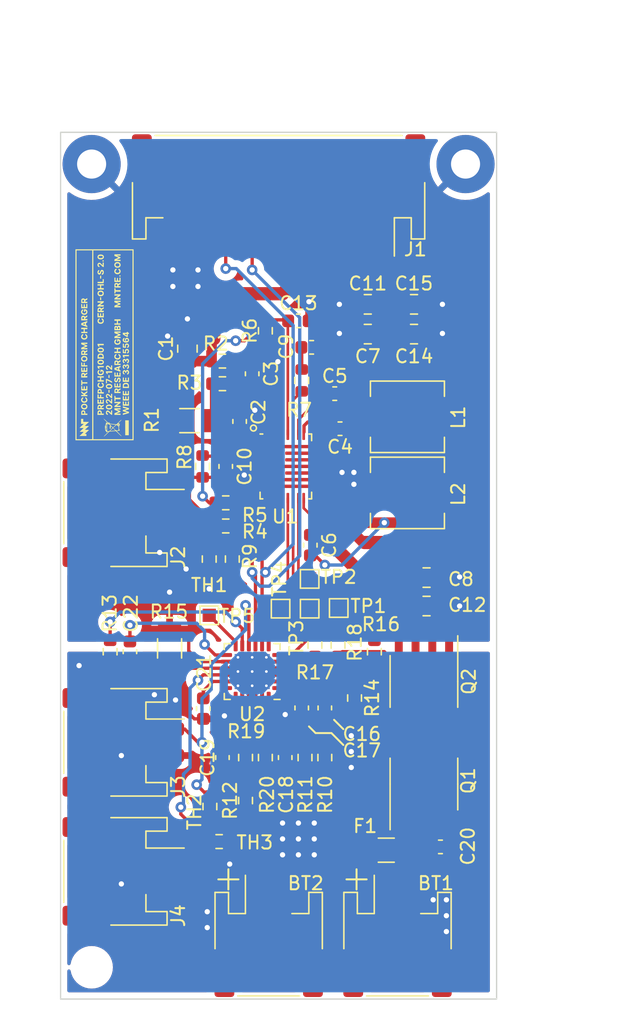
<source format=kicad_pcb>
(kicad_pcb (version 20211014) (generator pcbnew)
  (layers (0 "F.Cu" signal) (31 "B.Cu" signal) (34 "B.Paste" user) (35 "F.Paste" user) (36 "B.SilkS" user "B.Silkscreen") (37 "F.SilkS" user "F.Silkscreen") (38 "B.Mask" user) (39 "F.Mask" user) (44 "Edge.Cuts" user))
  (net 0 "")
  (net 1 "GND")
  (net 2 "CHGPOWER")
  (net 3 "Net-(C2-Pad2)")
  (net 4 "Net-(C3-Pad1)")
  (net 5 "Net-(C3-Pad2)")
  (net 6 "Net-(C4-Pad1)")
  (net 7 "Net-(C4-Pad2)")
  (net 8 "Net-(C5-Pad1)")
  (net 9 "Net-(C5-Pad2)")
  (net 10 "Net-(C6-Pad1)")
  (net 11 "Net-(C6-Pad2)")
  (net 12 "SYSPOWER")
  (net 13 "/PACK+")
  (net 14 "Net-(C9-Pad2)")
  (net 15 "Net-(C10-Pad1)")
  (net 16 "Net-(C10-Pad2)")
  (net 17 "3V6")
  (net 18 "Net-(C16-Pad1)")
  (net 19 "Net-(C16-Pad2)")
  (net 20 "Net-(C18-Pad1)")
  (net 21 "Net-(C18-Pad2)")
  (net 22 "Net-(C20-Pad1)")
  (net 23 "Net-(C20-Pad2)")
  (net 24 "Net-(C21-Pad2)")
  (net 25 "Net-(C22-Pad2)")
  (net 26 "STANDBY_3V3")
  (net 27 "I2C_SDA")
  (net 28 "I2C_SCL")
  (net 29 "Net-(R4-Pad2)")
  (net 30 "Net-(R5-Pad2)")
  (net 31 "Net-(R6-Pad2)")
  (net 32 "Net-(R7-Pad1)")
  (net 33 "Net-(BT1-Pad1)")
  (net 34 "Net-(BT1-Pad2)")
  (net 35 "Net-(R13-Pad1)")
  (net 36 "Net-(R14-Pad1)")
  (net 37 "Net-(R16-Pad1)")
  (net 38 "Net-(R17-Pad1)")
  (net 39 "Net-(R17-Pad2)")
  (net 40 "Net-(TP1-Pad1)")
  (net 41 "Net-(TP2-Pad1)")
  (net 42 "Net-(TP3-Pad1)")
  (net 43 "Net-(TP4-Pad1)")
  (net 45 "Net-(J3-Pad1)")
  (net 46 "Net-(J4-Pad1)")
  (net 49 "PACKGND")
  (net 50 "Net-(Q1-Pad5)")
  (net 51 "Net-(Q2-Pad4)")
  (net 52 "Net-(TP5-Pad1)")
  (net 53 "Net-(R19-Pad1)")
  (net 54 "Net-(R20-Pad1)")
  (footprint "Package_DFN_QFN:QFN-24-1EP_4x4mm_P0.5mm_EP2.65x2.65mm_ThermalVias" (layer "F.Cu") (at 98.5 104.75 180)
    (fp_text reference "U2")
    (fp_text value "MAX17320G")
  )
  (footprint "Capacitor_SMD:C_0603_1608Metric" (layer "F.Cu") (at 104.75 83.75)
    (fp_text reference "C5")
    (fp_text value "470nF")
  )
  (footprint "Capacitor_SMD:C_0805_2012Metric" (layer "F.Cu") (at 93.6 80.35 -90)
    (fp_text reference "C1")
    (fp_text value "22uF")
  )
  (footprint "Resistor_SMD:R_0603_1608Metric" (layer "F.Cu") (at 96 117.6)
    (fp_text reference "TH3")
    (fp_text value "DNP")
  )
  (footprint "pocket-reform-charger:pocket-reform-charger-badge" (layer "F.Cu") (at 87.326333 80.064223 90)
    (fp_text reference "H5" hide)
    (fp_text value "BADGE" hide)
  )
  (footprint "Connector_JST:JST_PH_S2B-PH-SM4-TB_1x02-1MP_P2.00mm_Horizontal" (layer "F.Cu") (at 88.75 119.85 -90)
    (fp_text reference "J4")
    (fp_text value "CONN_TH3")
  )
  (footprint "Resistor_SMD:R_0603_1608Metric" (layer "F.Cu") (at 98 111.25 -90)
    (fp_text reference "R19")
    (fp_text value "0")
  )
  (footprint "Capacitor_SMD:C_0603_1608Metric" (layer "F.Cu") (at 94.8 107.55 90)
    (fp_text reference "C21")
    (fp_text value "0.47uF")
  )
  (footprint "Capacitor_SMD:C_0603_1608Metric" (layer "F.Cu") (at 102.25 107.5 90)
    (fp_text reference "C17")
    (fp_text value "0.1uF")
  )
  (footprint "Capacitor_SMD:C_0805_2012Metric" (layer "F.Cu") (at 111.7 99.8)
    (fp_text reference "C12")
    (fp_text value "22uF")
  )
  (footprint "TestPoint:TestPoint_Pad_1.0x1.0mm" (layer "F.Cu") (at 102.85 100 -90)
    (fp_text reference "TP3")
    (fp_text value "TestPoint")
  )
  (footprint "Connector_JST:JST_PH_S2B-PH-SM4-TB_1x02-1MP_P2.00mm_Horizontal" (layer "F.Cu") (at 99.75 124.75)
    (fp_text reference "BT2")
    (fp_text value "Battery_Cell")
  )
  (footprint "Inductor_SMD:L_Sunlord_MWSA0518_5.4x5.2mm" (layer "F.Cu") (at 110.25 85.5)
    (fp_text reference "L1")
    (fp_text value "1.5uH")
  )
  (footprint "Resistor_SMD:R_0603_1608Metric" (layer "F.Cu") (at 96.5 93.75)
    (fp_text reference "R4")
    (fp_text value "100k")
  )
  (footprint "Capacitor_SMD:C_0603_1608Metric" (layer "F.Cu") (at 102.9 95.2 -90)
    (fp_text reference "C6")
    (fp_text value "470nF")
  )
  (footprint "Capacitor_SMD:C_0603_1608Metric" (layer "F.Cu") (at 103 80.25 180)
    (fp_text reference "C9")
    (fp_text value "0.1uF")
  )
  (footprint "TestPoint:TestPoint_Pad_1.0x1.0mm" (layer "F.Cu") (at 102.85 97.75 -90)
    (fp_text reference "TP2")
    (fp_text value "TestPoint")
  )
  (footprint "Capacitor_SMD:C_0603_1608Metric" (layer "F.Cu") (at 102 78.25)
    (fp_text reference "C13")
    (fp_text value "10uF")
  )
  (footprint "Resistor_SMD:R_0603_1608Metric" (layer "F.Cu") (at 96.25 83 180)
    (fp_text reference "R3")
    (fp_text value "2")
  )
  (footprint "Resistor_SMD:R_0603_1608Metric" (layer "F.Cu") (at 103.25 102.75 -90)
    (fp_text reference "R17")
    (fp_text value "2k")
  )
  (footprint "Connector_JST:JST_PH_S2B-PH-SM4-TB_1x02-1MP_P2.00mm_Horizontal" (layer "F.Cu") (at 88.75 110.1 -90)
    (fp_text reference "J3")
    (fp_text value "CONN_TH2")
  )
  (footprint "Resistor_SMD:R_0603_1608Metric" (layer "F.Cu") (at 102.5 111.25 -90)
    (fp_text reference "R11")
    (fp_text value "49.9")
  )
  (footprint "MountingHole:MountingHole_2.2mm_M2_Pad" (layer "F.Cu") (at 86.35 66.4)
    (fp_text reference "H1" hide)
    (fp_text value "MountingHole_Pad")
  )
  (footprint "Resistor_SMD:R_0603_1608Metric" (layer "F.Cu") (at 95.25 96.25 -90)
    (fp_text reference "TH1")
    (fp_text value "DNP")
  )
  (footprint "Resistor_SMD:R_0603_1608Metric" (layer "F.Cu") (at 96.25 81.29 180)
    (fp_text reference "R2")
    (fp_text value "2")
  )
  (footprint "TestPoint:TestPoint_Pad_1.0x1.0mm" (layer "F.Cu") (at 105.05 99.95 -90)
    (fp_text reference "TP1")
    (fp_text value "TestPoint")
  )
  (footprint "Inductor_SMD:L_Sunlord_MWSA0518_5.4x5.2mm" (layer "F.Cu") (at 110.25 91.25)
    (fp_text reference "L2")
    (fp_text value "1.5uH")
  )
  (footprint "Capacitor_SMD:C_0805_2012Metric" (layer "F.Cu") (at 110.75 77)
    (fp_text reference "C15")
    (fp_text value "22uF")
  )
  (footprint "Capacitor_SMD:C_0805_2012Metric" (layer "F.Cu") (at 107.25 77 180)
    (fp_text reference "C11")
    (fp_text value "22uF")
  )
  (footprint "Capacitor_SMD:C_0603_1608Metric" (layer "F.Cu") (at 96.25 111.25 90)
    (fp_text reference "C19")
    (fp_text value "0.1uF")
  )
  (footprint "Capacitor_SMD:C_0805_2012Metric" (layer "F.Cu") (at 110.75 79.25)
    (fp_text reference "C14")
    (fp_text value "22uF")
  )
  (footprint "Capacitor_SMD:C_0603_1608Metric" (layer "F.Cu") (at 105.15 86.4)
    (fp_text reference "C4")
    (fp_text value "470nF")
  )
  (footprint "Resistor_SMD:R_0603_1608Metric" (layer "F.Cu") (at 106.25 106.75 -90)
    (fp_text reference "R14")
    (fp_text value "100")
  )
  (footprint "Connector_JST:JST_PH_S2B-PH-SM4-TB_1x02-1MP_P2.00mm_Horizontal" (layer "F.Cu") (at 88.75 92.75 -90)
    (fp_text reference "J2")
    (fp_text value "CONN_TH1")
  )
  (footprint "Resistor_SMD:R_0603_1608Metric" (layer "F.Cu") (at 104 111.25 -90)
    (fp_text reference "R10")
    (fp_text value "10")
  )
  (footprint "Resistor_SMD:R_0603_1608Metric" (layer "F.Cu") (at 95.3 114.95 -90)
    (fp_text reference "TH2")
    (fp_text value "DNP")
  )
  (footprint "Capacitor_SMD:C_0805_2012Metric" (layer "F.Cu") (at 111.7 97.65)
    (fp_text reference "C8")
    (fp_text value "22uF")
  )
  (footprint "TestPoint:TestPoint_Pad_1.0x1.0mm" (layer "F.Cu") (at 100.65 100)
    (fp_text reference "TP4")
    (fp_text value "TestPoint")
  )
  (footprint "Fuse:Fuse_1206_3216Metric" (layer "F.Cu") (at 108.65 118.25)
    (fp_text reference "F1")
    (fp_text value "Fuse_Small")
  )
  (footprint "Capacitor_SMD:C_0603_1608Metric" (layer "F.Cu") (at 104 107.5 90)
    (fp_text reference "C16")
    (fp_text value "0.47uF")
  )
  (footprint "Resistor_SMD:R_0603_1608Metric" (layer "F.Cu") (at 102.25 82.75 90)
    (fp_text reference "R7")
    (fp_text value "100")
  )
  (footprint "Resistor_SMD:R_0603_1608Metric" (layer "F.Cu") (at 99.5 79 -90)
    (fp_text reference "R6")
    (fp_text value "100k")
  )
  (footprint "Package_SO:SOIC-8_3.9x4.9mm_P1.27mm" (layer "F.Cu") (at 111.5 105.5 -90)
    (fp_text reference "Q2")
    (fp_text value "IRF7458TRPBF")
  )
  (footprint "Capacitor_SMD:C_0603_1608Metric" (layer "F.Cu") (at 89.25 103.25 90)
    (fp_text reference "C22")
    (fp_text value "0.47uF")
  )
  (footprint "Resistor_SMD:R_0603_1608Metric" (layer "F.Cu") (at 98 114.5 -90)
    (fp_text reference "R12")
    (fp_text value "49.9")
  )
  (footprint "Resistor_SMD:R_0603_1608Metric" (layer "F.Cu") (at 96.5 92)
    (fp_text reference "R5")
    (fp_text value "100k")
  )
  (footprint "pocket-reform-charger:MP2762A" (layer "F.Cu") (at 101 89.25)
    (fp_text reference "U1")
    (fp_text value "MP2762A")
  )
  (footprint "Connector_JST:JST_PH_S2B-PH-SM4-TB_1x02-1MP_P2.00mm_Horizontal" (layer "F.Cu") (at 109.5 124.75)
    (fp_text reference "BT1")
    (fp_text value "Battery_Cell")
  )
  (footprint "Resistor_SMD:R_1206_3216Metric" (layer "F.Cu") (at 92.25 103 -90)
    (fp_text reference "R15")
    (fp_text value "5m")
  )
  (footprint "Resistor_SMD:R_0603_1608Metric" (layer "F.Cu") (at 105 102.75 90)
    (fp_text reference "R18")
    (fp_text value "1k")
  )
  (footprint "Resistor_SMD:R_0603_1608Metric" (layer "F.Cu") (at 87.75 103.25 -90)
    (fp_text reference "R13")
    (fp_text value "1k")
  )
  (footprint "MountingHole:MountingHole_2.2mm_M2" (layer "F.Cu") (at 86.35 127.1)
    (fp_text reference "H4" hide)
    (fp_text value "MountingHole")
  )
  (footprint "Resistor_SMD:R_1206_3216Metric" (layer "F.Cu") (at 93.75 85.79 180)
    (fp_text reference "R1")
    (fp_text value "10m")
  )
  (footprint "Package_SO:SOIC-8_3.9x4.9mm_P1.27mm" (layer "F.Cu") (at 111.5 113.25 90)
    (fp_text reference "Q1")
    (fp_text value "IRF7458TRPBF")
  )
  (footprint "Capacitor_SMD:C_0603_1608Metric" (layer "F.Cu") (at 98.5 82.25 90)
    (fp_text reference "C3")
    (fp_text value "0.1uF")
  )
  (footprint "Capacitor_SMD:C_0805_2012Metric" (layer "F.Cu") (at 107.25 79.25 180)
    (fp_text reference "C7")
    (fp_text value "22uF")
  )
  (footprint "Capacitor_SMD:C_0603_1608Metric" (layer "F.Cu") (at 97.55 85.85 -90)
    (fp_text reference "C2")
    (fp_text value "1uF")
  )
  (footprint "Resistor_SMD:R_0603_1608Metric" (layer "F.Cu") (at 97 96.25 -90)
    (fp_text reference "R9")
    (fp_text value "37.4k")
  )
  (footprint "Connector_JST:JST_PH_S9B-PH-SM4-TB_1x09-1MP_P2.00mm_Horizontal" (layer "F.Cu") (at 100.5 68.75 180)
    (fp_text reference "J1")
    (fp_text value "CHARGER")
  )
  (footprint "Resistor_SMD:R_0603_1608Metric" (layer "F.Cu") (at 94.75 89.25 -90)
    (fp_text reference "R8")
    (fp_text value "13.7k")
  )
  (footprint "MountingHole:MountingHole_2.2mm_M2_Pad" (layer "F.Cu") (at 114.65 66.4)
    (fp_text reference "H2" hide)
    (fp_text value "MountingHole_Pad")
  )
  (footprint "Capacitor_SMD:C_0603_1608Metric" (layer "F.Cu") (at 101 111.25 90)
    (fp_text reference "C18")
    (fp_text value "0.1uF")
  )
  (footprint "Resistor_SMD:R_0603_1608Metric" (layer "F.Cu") (at 107.75 103.25 90)
    (fp_text reference "R16")
    (fp_text value "100")
  )
  (footprint "Capacitor_SMD:C_0603_1608Metric" (layer "F.Cu") (at 112.75 118 180)
    (fp_text reference "C20")
    (fp_text value "0.1uF")
  )
  (footprint "Capacitor_SMD:C_0603_1608Metric" (layer "F.Cu") (at 96.5 89.25 -90)
    (fp_text reference "C10")
    (fp_text value "1uF")
  )
  (footprint "Resistor_SMD:R_0603_1608Metric" (layer "F.Cu") (at 99.5 111.25 -90)
    (fp_text reference "R20")
    (fp_text value "0")
  )
  (footprint "TestPoint:TestPoint_Pad_1.0x1.0mm" (layer "F.Cu") (at 95.25 100.5)
    (fp_text reference "TP5")
    (fp_text value "TestPoint")
  )
  (gr_line (start 105.4 110.3) (end 104.5 109.4) (layer "F.SilkS") (width 0.15))
  (gr_line (start 103.3 109.4) (end 102.8 108.9) (layer "F.SilkS") (width 0.15))
  (gr_line (start 105.4 109.1) (end 104.7 108.4) (layer "F.SilkS") (width 0.15))
  (gr_line (start 104.5 109.4) (end 103.3 109.4) (layer "F.SilkS") (width 0.15))
  (gr_rect (start 117 64) (end 84 129.5) (layer "Edge.Cuts") (width 0.1) (fill none))
  (gr_text "+" (at 96.7 120.3) (layer "F.SilkS") (effects (font (size 2 2))))
  (gr_text "+" (at 106.4 120.3) (layer "F.SilkS") (effects (font (size 2 2))))
  (segment (start 104.85 89.25) (end 102.15 89.25) (width 0.25) (layer "F.Cu") (net 1))
  (segment (start 99.35 89.25) (end 98.25 89.25) (width 0.25) (layer "F.Cu") (net 1))
  (segment (start 93.7 103.19375) (end 93.7 102) (width 0.25) (layer "F.Cu") (net 1))
  (segment (start 100.8 86.85) (end 100.8 81.686061) (width 0.2) (layer "F.Cu") (net 1))
  (segment (start 112.85 79.25) (end 112.9 79.2) (width 0.25) (layer "F.Cu") (net 1))
  (segment (start 93.575 97.075) (end 93.5 97) (width 0.25) (layer "F.Cu") (net 1))
  (segment (start 102.15 89.25) (end 99.35 89.25) (width 0.25) (layer "F.Cu") (net 1))
  (segment (start 92.5 71.6) (end 92.5 74.4) (width 0.25) (layer "F.Cu") (net 1))
  (segment (start 102.775 76.825) (end 102.8 76.8) (width 0.25) (layer "F.Cu") (net 1))
  (segment (start 93.6 79.4) (end 93.6 78.1) (width 0.25) (layer "F.Cu") (net 1))
  (segment (start 105.1 79.2) (end 105.15 79.25) (width 0.25) (layer "F.Cu") (net 1))
  (segment (start 97.9 89.6) (end 97.9 89.9) (width 0.25) (layer "F.Cu") (net 1))
  (segment (start 93.7 102) (end 93.2375 101.5375) (width 0.25) (layer "F.Cu") (net 1))
  (segment (start 95.25 97.075) (end 93.575 97.075) (width 0.25) (layer "F.Cu") (net 1))
  (segment (start 94.5 71.6) (end 94.5 74.3) (width 0.25) (layer "F.Cu") (net 1))
  (segment (start 94.50625 104) (end 93.7 103.19375) (width 0.25) (layer "F.Cu") (net 1))
  (segment (start 94.5 74.3) (end 94.4 74.4) (width 0.25) (layer "F.Cu") (net 1))
  (segment (start 105.3 89.7) (end 104.85 89.25) (width 0.25) (layer "F.Cu") (net 1))
  (segment (start 111.7 77) (end 112.9 77) (width 0.25) (layer "F.Cu") (net 1))
  (segment (start 93.2375 101.5375) (end 92.25 101.5375) (width 0.25) (layer "F.Cu") (net 1))
  (segment (start 93.6 79.4) (end 92.1 79.4) (width 0.25) (layer "F.Cu") (net 1))
  (segment (start 100.8 81.686061) (end 100.445576 81.331637) (width 0.2) (layer "F.Cu") (net 1))
  (segment (start 92.25 101.5375) (end 92.25 98.75) (width 0.25) (layer "F.Cu") (net 1))
  (segment (start 111.7 79.25) (end 112.85 79.25) (width 0.25) (layer "F.Cu") (net 1))
  (segment (start 105.15 79.25) (end 106.3 79.25) (width 0.25) (layer "F.Cu") (net 1))
  (segment (start 106.3 77) (end 105.1 77) (width 0.25) (layer "F.Cu") (net 1))
  (segment (start 97.625 85) (end 97.55 85.075) (width 0.25) (layer "F.Cu") (net 1))
  (segment (start 96.55 104) (end 94.50625 104) (width 0.25) (layer "F.Cu") (net 1))
  (segment (start 102.775 78.25) (end 102.775 76.825) (width 0.25) (layer "F.Cu") (net 1))
  (segment (start 98.7 85) (end 97.625 85) (width 0.25) (layer "F.Cu") (net 1))
  (segment (start 98.25 89.25) (end 97.9 89.6) (width 0.25) (layer "F.Cu") (net 1))
  (segment (start 105.3 89.7) (end 106.2 89.7) (width 0.25) (layer "F.Cu") (net 1))
  (segment (start 95.25 97.075) (end 95.25 98.5) (width 0.25) (layer "F.Cu") (net 1))
  (segment (start 106.2 89.7) (end 106.2 90.6) (width 0.25) (layer "F.Cu") (net 1))
  (via (at 114.2 99.8) (size 0.8) (drill 0.4) (layers "F.Cu" "B.Cu") (net 1))
  (via (at 112.9 77) (size 0.8) (drill 0.4) (layers "F.Cu" "B.Cu") (net 1))
  (via (at 93.6 78.1) (size 0.8) (drill 0.4) (layers "F.Cu" "B.Cu") (net 1))
  (via (at 91.5 95.75) (size 0.8) (drill 0.4) (layers "F.Cu" "B.Cu") (net 1))
  (via (at 95.25 98.5) (size 0.8) (drill 0.4) (layers "F.Cu" "B.Cu") (net 1))
  (via (at 92.5 74.4) (size 0.8) (drill 0.4) (layers "F.Cu" "B.Cu") (net 1))
  (via (at 112.9 79.2) (size 0.8) (drill 0.4) (layers "F.Cu" "B.Cu") (net 1))
  (via (at 105.1 77) (size 0.8) (drill 0.4) (layers "F.Cu" "B.Cu") (net 1))
  (via (at 105.3 89.7) (size 0.8) (drill 0.4) (layers "F.Cu" "B.Cu") (net 1))
  (via (at 94.4 75.65) (size 0.8) (drill 0.4) (layers "F.Cu" "B.Cu") (net 1))
  (via (at 102.8 76.8) (size 0.8) (drill 0.4) (layers "F.Cu" "B.Cu") (net 1))
  (via (at 100.445576 81.331637) (size 0.8) (drill 0.4) (layers "F.Cu" "B.Cu") (net 1))
  (via (at 105.1 79.2) (size 0.8) (drill 0.4) (layers "F.Cu" "B.Cu") (net 1))
  (via (at 93.5 97) (size 0.8) (drill 0.4) (layers "F.Cu" "B.Cu") (net 1))
  (via (at 92.25 98.75) (size 0.8) (drill 0.4) (layers "F.Cu" "B.Cu") (net 1))
  (via (at 92.1 79.4) (size 0.8) (drill 0.4) (layers "F.Cu" "B.Cu") (net 1))
  (via (at 106.2 90.6) (size 0.8) (drill 0.4) (layers "F.Cu" "B.Cu") (net 1))
  (via (at 106.2 89.7) (size 0.8) (drill 0.4) (layers "F.Cu" "B.Cu") (net 1))
  (via (at 92.5 75.65) (size 0.8) (drill 0.4) (layers "F.Cu" "B.Cu") (net 1))
  (via (at 114.2 97.6) (size 0.8) (drill 0.4) (layers "F.Cu" "B.Cu") (net 1))
  (via (at 97.9 89.9) (size 0.8) (drill 0.4) (layers "F.Cu" "B.Cu") (net 1))
  (via (at 94.4 74.4) (size 0.8) (drill 0.4) (layers "F.Cu" "B.Cu") (net 1))
  (via (at 98.7 85) (size 0.8) (drill 0.4) (layers "F.Cu" "B.Cu") (net 1))
  (segment (start 100.445576 81.331637) (end 98.7 83.077213) (width 0.2) (layer "B.Cu") (net 1))
  (segment (start 98.7 83.077213) (end 98.7 85) (width 0.2) (layer "B.Cu") (net 1))
  (segment (start 97.9 89.9) (end 98.7 89.1) (width 0.25) (layer "B.Cu") (net 1))
  (segment (start 98.7 89.1) (end 98.7 85) (width 0.25) (layer "B.Cu") (net 1))
  (segment (start 93.6 83) (end 92.2875 84.3125) (width 1) (layer "F.Cu") (net 2))
  (segment (start 100.8 76.2) (end 102.5 74.5) (width 1) (layer "F.Cu") (net 2))
  (segment (start 104.1 74.5) (end 102.5 74.5) (width 0.8) (layer "F.Cu") (net 2))
  (segment (start 93.6 81.3) (end 93.6 83) (width 1) (layer "F.Cu") (net 2))
  (segment (start 95.6 79.6) (end 95.6 78.2) (width 1) (layer "F.Cu") (net 2))
  (segment (start 104.5 71.6) (end 104.5 74.1) (width 0.8) (layer "F.Cu") (net 2))
  (segment (start 92.2875 84.3125) (end 92.2875 85.79) (width 1) (layer "F.Cu") (net 2))
  (segment (start 95.6 78.2) (end 97.6 76.2) (width 1) (layer "F.Cu") (net 2))
  (segment (start 95.6 79.6) (end 95.425 79.775) (width 0.8) (layer "F.Cu") (net 2))
  (segment (start 104.5 74.1) (end 104.1 74.5) (width 0.8) (layer "F.Cu") (net 2))
  (segment (start 102.5 71.6) (end 102.5 74.5) (width 0.8) (layer "F.Cu") (net 2))
  (segment (start 97.6 76.2) (end 100.8 76.2) (width 1) (layer "F.Cu") (net 2))
  (segment (start 95.425 79.775) (end 95.425 81.29) (width 0.8) (layer "F.Cu") (net 2))
  (segment (start 93.61 81.29) (end 93.6 81.3) (width 0.8) (layer "F.Cu") (net 2))
  (segment (start 95.425 81.29) (end 93.61 81.29) (width 0.8) (layer "F.Cu") (net 2))
  (segment (start 95.99 85.79) (end 96.825 86.625) (width 0.8) (layer "F.Cu") (net 3))
  (segment (start 98.675 87.75) (end 97.55 86.625) (width 0.25) (layer "F.Cu") (net 3))
  (segment (start 99.35 87.75) (end 102.15 87.75) (width 0.25) (layer "F.Cu") (net 3))
  (segment (start 95.2125 85.79) (end 95.99 85.79) (width 0.8) (layer "F.Cu") (net 3))
  (segment (start 99.35 87.75) (end 98.675 87.75) (width 0.25) (layer "F.Cu") (net 3))
  (segment (start 96.825 86.625) (end 97.55 86.625) (width 0.8) (layer "F.Cu") (net 3))
  (segment (start 95.425 85.5775) (end 95.2125 85.79) (width 0.25) (layer "F.Cu") (net 3))
  (segment (start 95.425 83) (end 95.425 85.5775) (width 0.25) (layer "F.Cu") (net 3))
  (segment (start 99.6 84.125) (end 98.5 83.025) (width 0.2) (layer "F.Cu") (net 4))
  (segment (start 97.075 83) (end 97.975 83) (width 0.25) (layer "F.Cu") (net 4))
  (segment (start 99.6 86.85) (end 99.6 84.125) (width 0.2) (layer "F.Cu") (net 4))
  (segment (start 100 82.975) (end 98.5 81.475) (width 0.2) (layer "F.Cu") (net 5))
  (segment (start 97.075 81.29) (end 98.315 81.29) (width 0.25) (layer "F.Cu") (net 5))
  (segment (start 98.315 81.29) (end 98.5 81.475) (width 0.25) (layer "F.Cu") (net 5))
  (segment (start 100 86.85) (end 100 82.975) (width 0.2) (layer "F.Cu") (net 5))
  (segment (start 103.875 85.9) (end 102.7 85.9) (width 0.25) (layer "F.Cu") (net 6))
  (segment (start 104.375 86.4) (end 103.875 85.9) (width 0.25) (layer "F.Cu") (net 6))
  (segment (start 102.7 85.9) (end 102.42452 86.17548) (width 0.25) (layer "F.Cu") (net 6))
  (segment (start 102.42452 86.17548) (end 102.42452 86.655131) (width 0.25) (layer "F.Cu") (net 6))
  (segment (start 105.9 86.425) (end 106.825 85.5) (width 0.8) (layer "F.Cu") (net 7))
  (segment (start 104.85 88.25) (end 105.1 88) (width 0.25) (layer "F.Cu") (net 7))
  (segment (start 106.825 85.5) (end 108.2 85.5) (width 0.8) (layer "F.Cu") (net 7))
  (segment (start 102.15 88.25) (end 104.85 88.25) (width 0.25) (layer "F.Cu") (net 7))
  (segment (start 105.9 87.5) (end 105.7 87.7) (width 0.5) (layer "F.Cu") (net 7))
  (segment (start 105.7 87.7) (end 105.4 87.7) (width 0.5) (layer "F.Cu") (net 7))
  (segment (start 105.4 87.7) (end 105.1 88) (width 0.5) (layer "F.Cu") (net 7))
  (segment (start 105.9 87.5) (end 105.9 86.425) (width 0.8) (layer "F.Cu") (net 7))
  (segment (start 102 85.725) (end 103.975 83.75) (width 0.2) (layer "F.Cu") (net 8))
  (segment (start 102 86.85) (end 102 85.725) (width 0.2) (layer "F.Cu") (net 8))
  (segment (start 107.4 88.6) (end 108.2 89.4) (width 0.8) (layer "F.Cu") (net 9))
  (segment (start 110.3 87.3) (end 108.2 89.4) (width 0.5) (layer "F.Cu") (net 9))
  (segment (start 106.175 83.1) (end 109.6 83.1) (width 0.5) (layer "F.Cu") (net 9))
  (segment (start 109.6 83.1) (end 110.3 83.8) (width 0.5) (layer "F.Cu") (net 9))
  (segment (start 110.3 83.8) (end 110.3 87.3) (width 0.5) (layer "F.Cu") (net 9))
  (segment (start 106 88.6) (end 107.4 88.6) (width 0.5) (layer "F.Cu") (net 9))
  (segment (start 108.2 91.25) (end 108.2 89.4) (width 0.8) (layer "F.Cu") (net 9))
  (segment (start 105.85 88.75) (end 102.15 88.75) (width 0.2) (layer "F.Cu") (net 9))
  (segment (start 105.525 83.75) (end 106.175 83.1) (width 0.5) (layer "F.Cu") (net 9))
  (segment (start 106 88.6) (end 105.85 88.75) (width 0.2) (layer "F.Cu") (net 9))
  (segment (start 102.4 91.65) (end 102.4 92.4) (width 0.2) (layer "F.Cu") (net 10))
  (segment (start 102.4 92.4) (end 102.9 92.9) (width 0.2) (layer "F.Cu") (net 10))
  (segment (start 102.9 92.9) (end 102.9 94.425) (width 0.2) (layer "F.Cu") (net 10))
  (segment (start 103.275 95.975) (end 104 96.7) (width 0.25) (layer "F.Cu") (net 11))
  (segment (start 105.5 92) (end 107 93.5) (width 0.8) (layer "F.Cu") (net 11))
  (segment (start 104 89.75) (end 105.25 91) (width 0.25) (layer "F.Cu") (net 11))
  (segment (start 102.15 89.75) (end 104 89.75) (width 0.25) (layer "F.Cu") (net 11))
  (segment (start 112.25 91.2) (end 112.3 91.25) (width 0.25) (layer "F.Cu") (net 11))
  (segment (start 107 93.5) (end 108.5 93.5) (width 0.8) (layer "F.Cu") (net 11))
  (segment (start 112.3 85.5) (end 112.25 85.55) (width 0.25) (layer "F.Cu") (net 11))
  (segment (start 111.5 93.5) (end 112.3 92.7) (width 0.8) (layer "F.Cu") (net 11))
  (segment (start 105.25 91) (end 105.25 91.5) (width 0.5) (layer "F.Cu") (net 11))
  (segment (start 108.5 93.5) (end 111.5 93.5) (width 0.8) (layer "F.Cu") (net 11))
  (segment (start 105.25 91.5) (end 105.5 91.75) (width 0.5) (layer "F.Cu") (net 11))
  (segment (start 112.25 85.55) (end 112.25 91.2) (width 0.8) (layer "F.Cu") (net 11))
  (segment (start 105.5 91.75) (end 105.5 92) (width 0.8) (layer "F.Cu") (net 11))
  (segment (start 102.9 95.975) (end 103.275 95.975) (width 0.25) (layer "F.Cu") (net 11))
  (segment (start 112.3 92.7) (end 112.3 91.25) (width 0.8) (layer "F.Cu") (net 11))
  (via (at 104 96.7) (size 0.8) (drill 0.4) (layers "F.Cu" "B.Cu") (net 11))
  (via (at 108.5 93.5) (size 0.8) (drill 0.4) (layers "F.Cu" "B.Cu") (net 11))
  (segment (start 105.3 96.7) (end 108.5 93.5) (width 0.25) (layer "B.Cu") (net 11))
  (segment (start 104 96.7) (end 105.3 96.7) (width 0.25) (layer "B.Cu") (net 11))
  (segment (start 107 95) (end 113.25 95) (width 1) (layer "F.Cu") (net 12))
  (segment (start 109.8 77) (end 109.8 75.3) (width 0.8) (layer "F.Cu") (net 12))
  (segment (start 104.7 92.9) (end 104.8 92.9) (width 0.8) (layer "F.Cu") (net 12))
  (segment (start 108.2 77) (end 108.2 75.7) (width 0.8) (layer "F.Cu") (net 12))
  (segment (start 106.9 95) (end 107 95) (width 0.8) (layer "F.Cu") (net 12))
  (segment (start 113.25 95) (end 115 93.25) (width 1) (layer "F.Cu") (net 12))
  (segment (start 114.25 81.5) (end 111 81.5) (width 1) (layer "F.Cu") (net 12))
  (segment (start 115 93.25) (end 115 82.25) (width 1) (layer "F.Cu") (net 12))
  (segment (start 103.75 90.25) (end 102.15 90.25) (width 0.25) (layer "F.Cu") (net 12))
  (segment (start 104.8 92.9) (end 106.9 95) (width 0.8) (layer "F.Cu") (net 12))
  (segment (start 104.5 92.7) (end 104.5 92.5) (width 0.5) (layer "F.Cu") (net 12))
  (segment (start 115 82.25) (end 114.25 81.5) (width 1) (layer "F.Cu") (net 12))
  (segment (start 109.8 79.25) (end 109.8 77) (width 0.8) (layer "F.Cu") (net 12))
  (segment (start 109.8 75.3) (end 108.5 74) (width 0.8) (layer "F.Cu") (net 12))
  (segment (start 104.7 92.9) (end 104.5 92.7) (width 0.5) (layer "F.Cu") (net 12))
  (segment (start 108.5 74) (end 108.5 71.6) (width 0.8) (layer "F.Cu") (net 12))
  (segment (start 111 81.5) (end 108.75 81.5) (width 1) (layer "F.Cu") (net 12))
  (segment (start 108.2 79.25) (end 108.2 77) (width 0.8) (layer "F.Cu") (net 12))
  (segment (start 108.2 75.7) (end 106.5 74) (width 0.8) (layer "F.Cu") (net 12))
  (segment (start 104.5 91) (end 103.75 90.25) (width 0.25) (layer "F.Cu") (net 12))
  (segment (start 102.15 90.25) (end 99.1 90.25) (width 0.25) (layer "F.Cu") (net 12))
  (segment (start 106.5 74) (end 106.5 71.6) (width 0.8) (layer "F.Cu") (net 12))
  (segment (start 108.2 80.95) (end 108.2 79.25) (width 0.8) (layer "F.Cu") (net 12))
  (segment (start 108.75 81.5) (end 108.2 80.95) (width 0.8) (layer "F.Cu") (net 12))
  (segment (start 104.5 92.5) (end 104.5 91) (width 0.25) (layer "F.Cu") (net 12))
  (segment (start 111 81.5) (end 109.8 80.3) (width 0.8) (layer "F.Cu") (net 12))
  (segment (start 109.8 80.3) (end 109.8 79.25) (width 0.8) (layer "F.Cu") (net 12))
  (segment (start 108.5 103.25) (end 108.75 103.5) (width 0.25) (layer "F.Cu") (net 13))
  (segment (start 110.865 104.365) (end 110.865 103.025) (width 0.25) (layer "F.Cu") (net 13))
  (segment (start 107.15 97.75) (end 110.65 97.75) (width 1) (layer "F.Cu") (net 13))
  (segment (start 113.405 103.025) (end 113.405 101.505) (width 0.5) (layer "F.Cu") (net 13))
  (segment (start 105 103.575) (end 105.325 103.25) (width 0.25) (layer "F.Cu") (net 13))
  (segment (start 113.405 101.505) (end 113.165 101.265) (width 0.5) (layer "F.Cu") (net 13))
  (segment (start 108.75 104.25) (end 109.25 104.75) (width 0.25) (layer "F.Cu") (net 13))
  (segment (start 103.75 93.5) (end 104.25 94) (width 0.8) (layer "F.Cu") (net 13))
  (segment (start 104.25 94.85) (end 107.15 97.75) (width 1) (layer "F.Cu") (net 13))
  (segment (start 111.365 101.265) (end 110.865 101.265) (width 0.5) (layer "F.Cu") (net 13))
  (segment (start 109.25 104.75) (end 110.48 104.75) (width 0.25) (layer "F.Cu") (net 13))
  (segment (start 104.25 94) (end 104.25 94.25) (width 0.25) (layer "F.Cu") (net 13))
  (segment (start 110.75 97.65) (end 110.75 99.8) (width 1) (layer "F.Cu") (net 13))
  (segment (start 112.135 103.025) (end 112.135 101.735) (width 0.5) (layer "F.Cu") (net 13))
  (segment (start 103.3 90.75) (end 102.15 90.75) (width 0.25) (layer "F.Cu") (net 13))
  (segment (start 112.135 101.735) (end 111.665 101.265) (width 0.5) (layer "F.Cu") (net 13))
  (segment (start 103.75 91.2) (end 103.75 93.5) (width 0.5) (layer "F.Cu") (net 13))
  (segment (start 110.865 99.915) (end 110.75 99.8) (width 0.5) (layer "F.Cu") (net 13))
  (segment (start 110.865 103.025) (end 110.865 101.265) (width 0.5) (layer "F.Cu") (net 13))
  (segment (start 108.75 103.5) (end 108.75 104.25) (width 0.25) (layer "F.Cu") (net 13))
  (segment (start 110.65 97.75) (end 110.75 97.65) (width 1) (layer "F.Cu") (net 13))
  (segment (start 104.25 94.25) (end 104.25 94.85) (width 1) (layer "F.Cu") (net 13))
  (segment (start 111.665 101.265) (end 111.365 101.265) (width 0.5) (layer "F.Cu") (net 13))
  (segment (start 103.75 91.2) (end 103.3 90.75) (width 0.25) (layer "F.Cu") (net 13))
  (segment (start 110.48 104.75) (end 110.865 104.365) (width 0.25) (layer "F.Cu") (net 13))
  (segment (start 105.325 103.25) (end 108.5 103.25) (width 0.25) (layer "F.Cu") (net 13))
  (segment (start 110.865 101.265) (end 110.865 99.915) (width 1) (layer "F.Cu") (net 13))
  (segment (start 102.15 90.75) (end 99.35 90.75) (width 0.25) (layer "F.Cu") (net 13))
  (segment (start 113.165 101.265) (end 111.365 101.265) (width 0.5) (layer "F.Cu") (net 13))
  (segment (start 102.25 81.925) (end 102.25 80.275) (width 0.25) (layer "F.Cu") (net 14))
  (segment (start 102.25 80.275) (end 102.225 80.25) (width 0.25) (layer "F.Cu") (net 14))
  (segment (start 96.725 88.25) (end 96.5 88.475) (width 0.25) (layer "F.Cu") (net 15))
  (segment (start 94.8 88.475) (end 94.75 88.425) (width 0.25) (layer "F.Cu") (net 15))
  (segment (start 96.5 88.475) (end 94.8 88.475) (width 0.25) (layer "F.Cu") (net 15))
  (segment (start 99.1 88.25) (end 96.725 88.25) (width 0.25) (layer "F.Cu") (net 15))
  (segment (start 93.75 91.75) (end 93.75 90.25) (width 0.25) (layer "F.Cu") (net 16))
  (segment (start 97.775 88.75) (end 96.5 90.025) (width 0.25) (layer "F.Cu") (net 16))
  (segment (start 93.75 90.25) (end 93.925 90.075) (width 0.25) (layer "F.Cu") (net 16))
  (segment (start 99.1 88.75) (end 97.775 88.75) (width 0.25) (layer "F.Cu") (net 16))
  (segment (start 97 95.425) (end 95.25 95.425) (width 0.25) (layer "F.Cu") (net 16))
  (segment (start 96.45 90.075) (end 96.5 90.025) (width 0.25) (layer "F.Cu") (net 16))
  (segment (start 93.75 91.75) (end 94.5 92.5) (width 0.25) (layer "F.Cu") (net 16))
  (segment (start 93.925 90.075) (end 94.75 90.075) (width 0.25) (layer "F.Cu") (net 16))
  (segment (start 91.6 91.75) (end 93.75 91.75) (width 0.25) (layer "F.Cu") (net 16))
  (segment (start 94.5 94.675) (end 95.25 95.425) (width 0.25) (layer "F.Cu") (net 16))
  (segment (start 94.5 92.5) (end 94.5 94.675) (width 0.25) (layer "F.Cu") (net 16))
  (segment (start 94.75 90.075) (end 96.45 90.075) (width 0.25) (layer "F.Cu") (net 16))
  (segment (start 101.2 86.85) (end 101.2 78.275) (width 0.2) (layer "F.Cu") (net 17))
  (segment (start 97.925 79.75) (end 99.5 78.175) (width 0.25) (layer "F.Cu") (net 17))
  (segment (start 99.5 78.175) (end 101.15 78.175) (width 0.25) (layer "F.Cu") (net 17))
  (segment (start 101.15 78.175) (end 101.225 78.25) (width 0.25) (layer "F.Cu") (net 17))
  (segment (start 95.675 93.75) (end 95.675 92) (width 0.25) (layer "F.Cu") (net 17))
  (segment (start 95.675 92) (end 95.25 92) (width 0.25) (layer "F.Cu") (net 17))
  (segment (start 97.25 79.75) (end 97.925 79.75) (width 0.25) (layer "F.Cu") (net 17))
  (segment (start 95.25 92) (end 94.75 91.5) (width 0.25) (layer "F.Cu") (net 17))
  (segment (start 101.2 78.275) (end 101.225 78.25) (width 0.2) (layer "F.Cu") (net 17))
  (via (at 94.75 91.5) (size 0.8) (drill 0.4) (layers "F.Cu" "B.Cu") (net 17))
  (via (at 97.25 79.75) (size 0.8) (drill 0.4) (layers "F.Cu" "B.Cu") (net 17))
  (segment (start 96.5 79.75) (end 94.75 81.5) (width 0.25) (layer "B.Cu") (net 17))
  (segment (start 94.75 81.5) (end 94.75 91.5) (width 0.25) (layer "B.Cu") (net 17))
  (segment (start 97.25 79.75) (end 96.5 79.75) (width 0.25) (layer "B.Cu") (net 17))
  (segment (start 101.525 106) (end 102.25 106.725) (width 0.25) (layer "F.Cu") (net 18))
  (segment (start 103.8 108.275) (end 102.25 106.725) (width 0.25) (layer "F.Cu") (net 18))
  (segment (start 104 108.275) (end 103.8 108.275) (width 0.25) (layer "F.Cu") (net 18))
  (segment (start 100.45 106) (end 101.525 106) (width 0.25) (layer "F.Cu") (net 18))
  (segment (start 104 110.425) (end 104 108.275) (width 0.25) (layer "F.Cu") (net 18))
  (segment (start 103.725 106.725) (end 104 106.725) (width 0.25) (layer "F.Cu") (net 19))
  (segment (start 102.5 105.5) (end 103.725 106.725) (width 0.25) (layer "F.Cu") (net 19))
  (segment (start 100.45 105.5) (end 102.5 105.5) (width 0.25) (layer "F.Cu") (net 19))
  (segment (start 101 112.025) (end 99.55 112.025) (width 0.25) (layer "F.Cu") (net 20))
  (segment (start 96.25 110.475) (end 96.25 110) (width 0.25) (layer "F.Cu") (net 20))
  (segment (start 98 113.675) (end 98 112.075) (width 0.25) (layer "F.Cu") (net 20))
  (segment (start 99.55 112.025) (end 99.5 112.075) (width 0.25) (layer "F.Cu") (net 20))
  (segment (start 98 112.075) (end 97.85 112.075) (width 0.25) (layer "F.Cu") (net 20))
  (segment (start 96.25 110) (end 97.291783 108.958217) (width 0.25) (layer "F.Cu") (net 20))
  (segment (start 97.291783 108.958217) (end 97.791783 108.958217) (width 0.25) (layer "F.Cu") (net 20))
  (segment (start 97.791783 108.958217) (end 98.25 108.5) (width 0.25) (layer "F.Cu") (net 20))
  (segment (start 97.85 112.075) (end 96.25 110.475) (width 0.25) (layer "F.Cu") (net 20))
  (segment (start 98.25 108.5) (end 98.25 106.7) (width 0.25) (layer "F.Cu") (net 20))
  (segment (start 98 112.075) (end 99.5 112.075) (width 0.25) (layer "F.Cu") (net 20))
  (segment (start 99.75 108.35) (end 101 109.6) (width 0.25) (layer "F.Cu") (net 21))
  (segment (start 99.75 106.7) (end 99.75 108.35) (width 0.25) (layer "F.Cu") (net 21))
  (segment (start 102.45 110.475) (end 102.5 110.425) (width 0.25) (layer "F.Cu") (net 21))
  (segment (start 101 109.6) (end 101 110.475) (width 0.25) (layer "F.Cu") (net 21))
  (segment (start 101 110.475) (end 102.45 110.475) (width 0.25) (layer "F.Cu") (net 21))
  (segment (start 113.5 115.63) (end 113.405 115.725) (width 0.25) (layer "F.Cu") (net 22))
  (segment (start 107.25 108.575) (end 107.25 112.25) (width 0.25) (layer "F.Cu") (net 22))
  (segment (start 106.25 107.575) (end 107.25 108.575) (width 0.25) (layer "F.Cu") (net 22))
  (segment (start 107.25 112.25) (end 108.5 113.5) (width 0.25) (layer "F.Cu") (net 22))
  (segment (start 113.525 118) (end 113.525 115.845) (width 0.25) (layer "F.Cu") (net 22))
  (segment (start 108.5 113.5) (end 113 113.5) (width 0.25) (layer "F.Cu") (net 22))
  (segment (start 113 113.5) (end 113.5 114) (width 0.25) (layer "F.Cu") (net 22))
  (segment (start 113.525 115.845) (end 113.405 115.725) (width 0.25) (layer "F.Cu") (net 22))
  (segment (start 113.5 114) (end 113.5 115.63) (width 0.25) (layer "F.Cu") (net 22))
  (segment (start 111.975 118) (end 110.3 118) (width 0.5) (layer "F.Cu") (net 23))
  (segment (start 112.135 115.725) (end 112.135 117.84) (width 0.5) (layer "F.Cu") (net 23))
  (segment (start 109.595 115.725) (end 109.595 117.795) (width 0.5) (layer "F.Cu") (net 23))
  (segment (start 112.135 117.84) (end 111.975 118) (width 0.5) (layer "F.Cu") (net 23))
  (segment (start 110.865 115.725) (end 110.865 117.435) (width 0.5) (layer "F.Cu") (net 23))
  (segment (start 110.3 118) (end 110.05 118.25) (width 0.5) (layer "F.Cu") (net 23))
  (segment (start 110.865 117.435) (end 110.05 118.25) (width 0.5) (layer "F.Cu") (net 23))
  (segment (start 109.595 117.795) (end 110.05 118.25) (width 0.5) (layer "F.Cu") (net 23))
  (segment (start 95.524614 105.5) (end 94.8 106.224614) (width 0.25) (layer "F.Cu") (net 24))
  (segment (start 94.8 106.224614) (end 94.8 106.775) (width 0.25) (layer "F.Cu") (net 24))
  (segment (start 96.55 105.5) (end 95.524614 105.5) (width 0.25) (layer "F.Cu") (net 24))
  (segment (start 95.7 103.5) (end 96.55 103.5) (width 0.25) (layer "F.Cu") (net 25))
  (segment (start 94.9 102.7) (end 95.7 103.5) (width 0.25) (layer "F.Cu") (net 25))
  (segment (start 89.25 101.25) (end 89.25 102.475) (width 0.25) (layer "F.Cu") (net 25))
  (via (at 94.9 102.7) (size 0.8) (drill 0.4) (layers "F.Cu" "B.Cu") (net 25))
  (via (at 89.25 101.25) (size 0.8) (drill 0.4) (layers "F.Cu" "B.Cu") (net 25))
  (segment (start 94.3 101.1) (end 89.4 101.1) (width 0.25) (layer "B.Cu") (net 25))
  (segment (start 94.9 102.7) (end 94.9 101.7) (width 0.25) (layer "B.Cu") (net 25))
  (segment (start 89.4 101.1) (end 89.25 101.25) (width 0.25) (layer "B.Cu") (net 25))
  (segment (start 94.9 101.7) (end 94.3 101.1) (width 0.25) (layer "B.Cu") (net 25))
  (segment (start 99.75 93.75) (end 98.5 95) (width 0.25) (layer "F.Cu") (net 27))
  (segment (start 98.75 97.5) (end 98.5 97.25) (width 0.25) (layer "F.Cu") (net 27))
  (segment (start 99.75 93.75) (end 100.4 93.1) (width 0.2) (layer "F.Cu") (net 27))
  (segment (start 98.75 102.8) (end 98.75 97.5) (width 0.25) (layer "F.Cu") (net 27))
  (segment (start 98.5 95) (end 98.5 97.25) (width 0.25) (layer "F.Cu") (net 27))
  (segment (start 100.4 93.1) (end 100.4 91.65) (width 0.2) (layer "F.Cu") (net 27))
  (segment (start 98.5 71.6) (end 98.5 74.4) (width 0.25) (layer "F.Cu") (net 27))
  (via (at 98.5 97.25) (size 0.8) (drill 0.4) (layers "F.Cu" "B.Cu") (net 27))
  (via (at 98.5 74.4) (size 0.8) (drill 0.4) (layers "F.Cu" "B.Cu") (net 27))
  (segment (start 98.5 97.7) (end 98.5 97.25) (width 0.25) (layer "B.Cu") (net 27))
  (segment (start 99.8 98.3) (end 99.1 98.3) (width 0.25) (layer "B.Cu") (net 27))
  (segment (start 102.1 96) (end 99.8 98.3) (width 0.25) (layer "B.Cu") (net 27))
  (segment (start 102.1 78) (end 102.1 96) (width 0.25) (layer "B.Cu") (net 27))
  (segment (start 99.1 98.3) (end 98.5 97.7) (width 0.25) (layer "B.Cu") (net 27))
  (segment (start 98.5 74.4) (end 102.1 78) (width 0.25) (layer "B.Cu") (net 27))
  (segment (start 99.25 102.8) (end 99.25 97.5) (width 0.25) (layer "F.Cu") (net 28))
  (segment (start 100.8 93.52948) (end 100.8 91.65) (width 0.2) (layer "F.Cu") (net 28))
  (segment (start 99.25 97) (end 99.5 97.25) (width 0.25) (layer "F.Cu") (net 28))
  (segment (start 99.25 95.07948) (end 100.03974 94.28974) (width 0.25) (layer "F.Cu") (net 28))
  (segment (start 100.03974 94.28974) (end 100.8 93.52948) (width 0.2) (layer "F.Cu") (net 28))
  (segment (start 96.5 71.6) (end 96.5 74.3) (width 0.25) (layer "F.Cu") (net 28))
  (segment (start 99.25 97.5) (end 99.5 97.25) (width 0.25) (layer "F.Cu") (net 28))
  (segment (start 99.25 95.07948) (end 99.25 97) (width 0.25) (layer "F.Cu") (net 28))
  (via (at 99.5 97.25) (size 0.8) (drill 0.4) (layers "F.Cu" "B.Cu") (net 28))
  (via (at 96.5 74.3) (size 0.8) (drill 0.4) (layers "F.Cu" "B.Cu") (net 28))
  (segment (start 101.6 78.6) (end 101.6 95.125386) (width 0.25) (layer "B.Cu") (net 28))
  (segment (start 99.5 97.225386) (end 99.5 97.25) (width 0.25) (layer "B.Cu") (net 28))
  (segment (start 101.6 95.125386) (end 99.5 97.225386) (width 0.25) (layer "B.Cu") (net 28))
  (segment (start 96.5 74.3) (end 97.3 74.3) (width 0.25) (layer "B.Cu") (net 28))
  (segment (start 97.3 74.3) (end 101.6 78.6) (width 0.25) (layer "B.Cu") (net 28))
  (segment (start 99.25 93.25) (end 97.825 93.25) (width 0.2) (layer "F.Cu") (net 29))
  (segment (start 100 92.5) (end 99.25 93.25) (width 0.2) (layer "F.Cu") (net 29))
  (segment (start 97.825 93.25) (end 97.325 93.75) (width 0.2) (layer "F.Cu") (net 29))
  (segment (start 100 91.65) (end 100 92.5) (width 0.2) (layer "F.Cu") (net 29))
  (segment (start 99.6 92.15) (end 99.25 92.5) (width 0.2) (layer "F.Cu") (net 30))
  (segment (start 99.6 91.65) (end 99.6 92.15) (width 0.2) (layer "F.Cu") (net 30))
  (segment (start 99.25 92.5) (end 97.825 92.5) (width 0.2) (layer "F.Cu") (net 30))
  (segment (start 97.825 92.5) (end 97.325 92) (width 0.2) (layer "F.Cu") (net 30))
  (segment (start 100.4 86.85) (end 100.4 82.4) (width 0.2) (layer "F.Cu") (net 31))
  (segment (start 100.4 82.4) (end 99.75 81.75) (width 0.2) (layer "F.Cu") (net 31))
  (segment (start 99.75 81.75) (end 99.5 81.5) (width 0.2) (layer "F.Cu") (net 31))
  (segment (start 99.5 81.5) (end 99.5 79.75) (width 0.2) (layer "F.Cu") (net 31))
  (segment (start 101.6 84.225) (end 101.6 86.85) (width 0.2) (layer "F.Cu") (net 32))
  (segment (start 102.25 83.575) (end 101.6 84.225) (width 0.2) (layer "F.Cu") (net 32))
  (segment (start 107.25 115.325) (end 107.25 118.25) (width 0.25) (layer "F.Cu") (net 33))
  (segment (start 108.5 119.5) (end 108.5 121.9) (width 1) (layer "F.Cu") (net 33))
  (segment (start 102.5 112.075) (end 104 112.075) (width 0.25) (layer "F.Cu") (net 33))
  (segment (start 107.25 118.25) (end 108.5 119.5) (width 1) (layer "F.Cu") (net 33))
  (segment (start 104 112.075) (end 107.25 115.325) (width 0.25) (layer "F.Cu") (net 33))
  (segment (start 98.75 124.35) (end 98.75 121.9) (width 0.8) (layer "F.Cu") (net 34))
  (segment (start 98 115.325) (end 98.8 116.125) (width 0.25) (layer "F.Cu") (net 34))
  (segment (start 110.5 121.9) (end 110.5 124.3) (width 0.8) (layer "F.Cu") (net 34))
  (segment (start 110.5 124.3) (end 110 124.8) (width 0.8) (layer "F.Cu") (net 34))
  (segment (start 98.8 116.125) (end 98.8 121.85) (width 0.25) (layer "F.Cu") (net 34))
  (segment (start 98.8 121.85) (end 98.75 121.9) (width 0.25) (layer "F.Cu") (net 34))
  (segment (start 110 124.8) (end 99.2 124.8) (width 0.8) (layer "F.Cu") (net 34))
  (segment (start 99.2 124.8) (end 98.75 124.35) (width 0.8) (layer "F.Cu") (net 34))
  (segment (start 97.75 102.8) (end 97.75 101.5) (width 0.25) (layer "F.Cu") (net 35))
  (segment (start 87.75 102.425) (end 87.75 101) (width 0.25) (layer "F.Cu") (net 35))
  (segment (start 97.75 101.5) (end 97.25 101) (width 0.25) (layer "F.Cu") (net 35))
  (via (at 97.25 101) (size 0.8) (drill 0.4) (layers "F.Cu" "B.Cu") (net 35))
  (via (at 87.75 101) (size 0.8) (drill 0.4) (layers "F.Cu" "B.Cu") (net 35))
  (segment (start 96.5 100.25) (end 88.5 100.25) (width 0.25) (layer "B.Cu") (net 35))
  (segment (start 88.5 100.25) (end 87.75 101) (width 0.25) (layer "B.Cu") (net 35))
  (segment (start 97.25 101) (end 96.5 100.25) (width 0.25) (layer "B.Cu") (net 35))
  (segment (start 100.45 105) (end 105.325 105) (width 0.25) (layer "F.Cu") (net 36))
  (segment (start 105.325 105) (end 106.25 105.925) (width 0.25) (layer "F.Cu") (net 36))
  (segment (start 107.325 104.5) (end 107.75 104.075) (width 0.25) (layer "F.Cu") (net 37))
  (segment (start 100.45 104.5) (end 107.325 104.5) (width 0.25) (layer "F.Cu") (net 37))
  (segment (start 101.5 103.5) (end 103.075 101.925) (width 0.25) (layer "F.Cu") (net 38))
  (segment (start 100.45 103.5) (end 101.5 103.5) (width 0.25) (layer "F.Cu") (net 38))
  (segment (start 103.075 101.925) (end 103.25 101.925) (width 0.25) (layer "F.Cu") (net 38))
  (segment (start 105 101.925) (end 103.25 101.925) (width 0.25) (layer "F.Cu") (net 38))
  (segment (start 100.45 104) (end 101.75 104) (width 0.25) (layer "F.Cu") (net 39))
  (segment (start 101.75 104) (end 102.175 103.575) (width 0.25) (layer "F.Cu") (net 39))
  (segment (start 102.175 103.575) (end 103.25 103.575) (width 0.25) (layer "F.Cu") (net 39))
  (segment (start 105.05 98.8) (end 105.05 99.95) (width 0.2) (layer "F.Cu") (net 40))
  (segment (start 102.05 98.75) (end 105 98.75) (width 0.2) (layer "F.Cu") (net 40))
  (segment (start 101.6 98.3) (end 102.05 98.75) (width 0.2) (layer "F.Cu") (net 40))
  (segment (start 101.6 91.65) (end 101.6 98.3) (width 0.2) (layer "F.Cu") (net 40))
  (segment (start 105 98.75) (end 105.05 98.8) (width 0.2) (layer "F.Cu") (net 40))
  (segment (start 102 97.3) (end 102.45 97.75) (width 0.2) (layer "F.Cu") (net 41))
  (segment (start 102.45 97.75) (end 102.85 97.75) (width 0.2) (layer "F.Cu") (net 41))
  (segment (start 102 91.65) (end 102 97.3) (width 0.2) (layer "F.Cu") (net 41))
  (segment (start 101.2 91.65) (end 101.2 98.8) (width 0.2) (layer "F.Cu") (net 42))
  (segment (start 101.8 99.4) (end 102.25 99.4) (width 0.2) (layer "F.Cu") (net 42))
  (segment (start 102.25 99.4) (end 102.85 100) (width 0.2) (layer "F.Cu") (net 42))
  (segment (start 101.2 98.8) (end 101.8 99.4) (width 0.2) (layer "F.Cu") (net 42))
  (segment (start 99.75 102.8) (end 99.75 102.25) (width 0.25) (layer "F.Cu") (net 43))
  (segment (start 99.75 102.25) (end 100.65 101.35) (width 0.25) (layer "F.Cu") (net 43))
  (segment (start 100.65 101.35) (end 100.65 100) (width 0.25) (layer "F.Cu") (net 43))
  (segment (start 98 99.75) (end 98.25 100) (width 0.25) (layer "F.Cu") (net 45))
  (segment (start 93.4 109.1) (end 91.6 109.1) (width 0.25) (layer "F.Cu") (net 45))
  (segment (start 94.4 110.1) (end 93.4 109.1) (width 0.25) (layer "F.Cu") (net 45))
  (segment (start 98.25 100) (end 98.25 102.8) (width 0.25) (layer "F.Cu") (net 45))
  (segment (start 95.3 114.125) (end 95.125 114.125) (width 0.25) (layer "F.Cu") (net 45))
  (segment (start 95.125 114.125) (end 94.3 113.3) (width 0.25) (layer "F.Cu") (net 45))
  (segment (start 94.7 110.1) (end 94.4 110.1) (width 0.25) (layer "F.Cu") (net 45))
  (via (at 98 99.75) (size 0.8) (drill 0.4) (layers "F.Cu" "B.Cu") (net 45))
  (via (at 94.3 113.3) (size 0.8) (drill 0.4) (layers "F.Cu" "B.Cu") (net 45))
  (via (at 94.7 110.1) (size 0.8) (drill 0.4) (layers "F.Cu" "B.Cu") (net 45))
  (segment (start 94.7 112.9) (end 94.7 110.1) (width 0.25) (layer "B.Cu") (net 45))
  (segment (start 98 101.6) (end 98 99.75) (width 0.25) (layer "B.Cu") (net 45))
  (segment (start 94.7 106.8) (end 95.4 106.1) (width 0.25) (layer "B.Cu") (net 45))
  (segment (start 95.4 106.1) (end 95.4 104.2) (width 0.25) (layer "B.Cu") (net 45))
  (segment (start 95.4 104.2) (end 98 101.6) (width 0.25) (layer "B.Cu") (net 45))
  (segment (start 94.3 113.3) (end 94.7 112.9) (width 0.25) (layer "B.Cu") (net 45))
  (segment (start 94.7 110.1) (end 94.7 106.8) (width 0.25) (layer "B.Cu") (net 45))
  (segment (start 93.1 115.525) (end 95.175 117.6) (width 0.25) (layer "F.Cu") (net 46))
  (segment (start 94.4 105.4) (end 94.8 105) (width 0.25) (layer "F.Cu") (net 46))
  (segment (start 91.6 118.85) (end 93.925 118.85) (width 0.25) (layer "F.Cu") (net 46))
  (segment (start 93.925 118.85) (end 95.175 117.6) (width 0.25) (layer "F.Cu") (net 46))
  (segment (start 93.1 115) (end 93.1 115.525) (width 0.25) (layer "F.Cu") (net 46))
  (segment (start 94.8 105) (end 96.55 105) (width 0.25) (layer "F.Cu") (net 46))
  (via (at 94.4 105.4) (size 0.8) (drill 0.4) (layers "F.Cu" "B.Cu") (net 46))
  (via (at 93.1 115) (size 0.8) (drill 0.4) (layers "F.Cu" "B.Cu") (net 46))
  (segment (start 93.3 112.5) (end 93.8 112) (width 0.25) (layer "B.Cu") (net 46))
  (segment (start 93.3 114.8) (end 93.3 112.5) (width 0.25) (layer "B.Cu") (net 46))
  (segment (start 93.8 106) (end 94.4 105.4) (width 0.25) (layer "B.Cu") (net 46))
  (segment (start 93.8 112) (end 93.8 106) (width 0.25) (layer "B.Cu") (net 46))
  (segment (start 93.1 115) (end 93.3 114.8) (width 0.25) (layer "B.Cu") (net 46))
  (segment (start 94.125 108.325) (end 92.7 106.9) (width 0.25) (layer "F.Cu") (net 49))
  (segment (start 94.8 108.325) (end 94.125 108.325) (width 0.25) (layer "F.Cu") (net 49))
  (segment (start 97.75 106.15) (end 97.425 105.825) (width 0.25) (layer "F.Cu") (net 49))
  (segment (start 97.75 107.55) (end 97.2 108.1) (width 0.25) (layer "F.Cu") (net 49))
  (segment (start 97.175 104.5) (end 97.425 104.75) (width 0.25) (layer "F.Cu") (net 49))
  (segment (start 97.75 106.7) (end 97.75 106.15) (width 0.25) (layer "F.Cu") (net 49))
  (segment (start 96.55 104.5) (end 97.175 104.5) (width 0.25) (layer "F.Cu") (net 49))
  (segment (start 97.2 108.1) (end 96.4 108.1) (width 0.25) (layer "F.Cu") (net 49))
  (segment (start 102.25 108.275) (end 101.275 108.275) (width 0.25) (layer "F.Cu") (net 49))
  (segment (start 96.55 104.5) (end 92.2875 104.5) (width 0.25) (layer "F.Cu") (net 49))
  (segment (start 100.75 121.9) (end 100.75 118.65) (width 0.25) (layer "F.Cu") (net 49))
  (segment (start 101.275 108.275) (end 101 108) (width 0.25) (layer "F.Cu") (net 49))
  (segment (start 92.2875 104.5) (end 92.25 104.4625) (width 0.25) (layer "F.Cu") (net 49))
  (segment (start 100.75 118.65) (end 100.8 118.6) (width 0.25) (layer "F.Cu") (net 49))
  (segment (start 97.75 106.7) (end 97.75 107.55) (width 0.25) (layer "F.Cu") (net 49))
  (via (at 92.7 106.9) (size 0.8) (drill 0.4) (layers "F.Cu" "B.Cu") (net 49))
  (via (at 95.1 124.1) (size 0.8) (drill 0.4) (layers "F.Cu" "B.Cu") (net 49))
  (via (at 85.4 104.3) (size 0.8) (drill 0.4) (layers "F.Cu" "B.Cu") (net 49))
  (via (at 113.2 124.4) (size 0.8) (drill 0.4) (layers "F.Cu" "B.Cu") (net 49))
  (via (at 113.2 122) (size 0.8) (drill 0.4) (layers "F.Cu" "B.Cu") (net 49))
  (via (at 106 109.6) (size 0.8) (drill 0.4) (layers "F.Cu" "B.Cu") (net 49))
  (via (at 103.2 118.6) (size 0.8) (drill 0.4) (layers "F.Cu" "B.Cu") (net 49))
  (via (at 100.8 118.6) (size 0.8) (drill 0.4) (layers "F.Cu" "B.Cu") (net 49))
  (via (at 102 116.2) (size 0.8) (drill 0.4) (layers "F.Cu" "B.Cu") (net 49))
  (via (at 102 118.6) (size 0.8) (drill 0.4) (layers "F.Cu" "B.Cu") (net 49))
  (via (at 103.2 117.4) (size 0.8) (drill 0.4) (layers "F.Cu" "B.Cu") (net 49))
  (via (at 101 108) (size 0.8) (drill 0.4) (layers "F.Cu" "B.Cu") (net 49))
  (via (at 102 117.4) (size 0.8) (drill 0.4) (layers "F.Cu" "B.Cu") (net 49))
  (via (at 95.1 122.9) (size 0.8) (drill 0.4) (layers "F.Cu" "B.Cu") (net 49))
  (via (at 113.2 123.2) (size 0.8) (drill 0.4) (layers "F.Cu" "B.Cu") (net 49))
  (via (at 100.8 116.2) (size 0.8) (drill 0.4) (layers "F.Cu" "B.Cu") (net 49))
  (via (at 91.1 106.5) (size 0.8) (drill 0.4) (layers "F.Cu" "B.Cu") (net 49))
  (via (at 106 112) (size 0.8) (drill 0.4) (layers "F.Cu" "B.Cu") (net 49))
  (via (at 112.2 122) (size 0.8) (drill 0.4) (layers "F.Cu" "B.Cu") (net 49))
  (via (at 100.8 117.4) (size 0.8) (drill 0.4) (layers "F.Cu" "B.Cu") (net 49))
  (via (at 96.8 119.3) (size 0.8) (drill 0.4) (layers "F.Cu" "B.Cu") (net 49))
  (via (at 96.4 108.1) (size 0.8) (drill 0.4) (layers "F.Cu" "B.Cu") (net 49))
  (via (at 103.2 116.2) (size 0.8) (drill 0.4) (layers "F.Cu" "B.Cu") (net 49))
  (via (at 88.6 111.1) (size 0.8) (drill 0.4) (layers "F.Cu" "B.Cu") (net 49))
  (via (at 106 110.8) (size 0.8) (drill 0.4) (layers "F.Cu" "B.Cu") (net 49))
  (via (at 88.6 120.8) (size 0.8) (drill 0.4) (layers "F.Cu" "B.Cu") (net 49))
  (segment (start 110.865 110.775) (end 110.865 107.975) (width 0.5) (layer "F.Cu") (net 50))
  (segment (start 113.405 110.775) (end 113.405 109.105) (width 0.5) (layer "F.Cu") (net 50))
  (segment (start 109.595 107.975) (end 109.595 109.395) (width 0.5) (layer "F.Cu") (net 50))
  (segment (start 112.135 107.975) (end 112.135 110.775) (width 0.5) (layer "F.Cu") (net 50))
  (segment (start 113.115 109.395) (end 113.405 109.105) (width 0.5) (layer "F.Cu") (net 50))
  (segment (start 109.595 109.395) (end 109.595 110.775) (width 0.5) (layer "F.Cu") (net 50))
  (segment (start 109.595 109.395) (end 113.115 109.395) (width 0.5) (layer "F.Cu") (net 50))
  (segment (start 113.405 109.105) (end 113.405 107.975) (width 0.5) (layer "F.Cu") (net 50))
  (segment (start 109.25 101.25) (end 109.595 101.595) (width 0.25) (layer "F.Cu") (net 51))
  (segment (start 107.75 102.425) (end 107.75 101.75) (width 0.25) (layer "F.Cu") (net 51))
  (segment (start 108.25 101.25) (end 109.25 101.25) (width 0.25) (layer "F.Cu") (net 51))
  (segment (start 109.595 101.595) (end 109.595 103.025) (width 0.25) (layer "F.Cu") (net 51))
  (segment (start 107.75 101.75) (end 108.25 101.25) (width 0.25) (layer "F.Cu") (net 51))
  (segment (start 97.25 102.8) (end 97.25 102.5) (width 0.25) (layer "F.Cu") (net 52))
  (segment (start 97.25 102.5) (end 95.25 100.5) (width 0.25) (layer "F.Cu") (net 52))
  (segment (start 98.75 109.675) (end 98 110.425) (width 0.25) (layer "F.Cu") (net 53))
  (segment (start 98.75 106.7) (end 98.75 109.675) (width 0.25) (layer "F.Cu") (net 53))
  (segment (start 99.25 106.7) (end 99.25 110.175) (width 0.25) (layer "F.Cu") (net 54))
  (segment (start 99.25 110.175) (end 99.5 110.425) (width 0.25) (layer "F.Cu") (net 54))
  (zone (net 49) (net_name "PACKGND") (layers F&B.Cu) (connect_pads (clearance 0.508)) (min_thickness 0.254) (fill yes (thermal_gap 0.508) (thermal_bridge_width 0.508))
    (polygon (pts (xy 118 130.5) (xy 83 130.5) (xy 83 103.25) (xy 118 103.25)))
  )
  (zone (net 1) (net_name "GND") (layers F&B.Cu) (connect_pads (clearance 0.508)) (min_thickness 0.254) (fill yes (thermal_gap 0.508) (thermal_bridge_width 0.508))
    (polygon (pts (xy 118 102.5) (xy 83 102.5) (xy 83 63) (xy 118 63)))
  )
)
</source>
